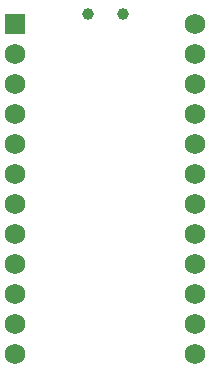
<source format=gbr>
G04 #@! TF.GenerationSoftware,KiCad,Pcbnew,(5.0.0)*
G04 #@! TF.CreationDate,2020-03-09T09:29:50-06:00*
G04 #@! TF.ProjectId,BatteryPack,426174746572795061636B2E6B696361,rev?*
G04 #@! TF.SameCoordinates,Original*
G04 #@! TF.FileFunction,Copper,L2,Bot,Signal*
G04 #@! TF.FilePolarity,Positive*
%FSLAX46Y46*%
G04 Gerber Fmt 4.6, Leading zero omitted, Abs format (unit mm)*
G04 Created by KiCad (PCBNEW (5.0.0)) date 03/09/20 09:29:50*
%MOMM*%
%LPD*%
G01*
G04 APERTURE LIST*
G04 #@! TA.AperFunction,ComponentPad*
%ADD10R,1.752600X1.752600*%
G04 #@! TD*
G04 #@! TA.AperFunction,ComponentPad*
%ADD11C,1.752600*%
G04 #@! TD*
G04 #@! TA.AperFunction,WasherPad*
%ADD12C,1.000000*%
G04 #@! TD*
G04 APERTURE END LIST*
D10*
G04 #@! TO.P,U1,1*
G04 #@! TO.N,Net-(SW2-Pad1)*
X120650000Y-64060000D03*
D11*
G04 #@! TO.P,U1,2*
G04 #@! TO.N,GND*
X120650000Y-66600000D03*
G04 #@! TO.P,U1,3*
G04 #@! TO.N,Net-(SW1-Pad1)*
X120650000Y-69140000D03*
G04 #@! TO.P,U1,4*
G04 #@! TO.N,N/C*
X120650000Y-71680000D03*
G04 #@! TO.P,U1,5*
X120650000Y-74220000D03*
G04 #@! TO.P,U1,6*
X120650000Y-76760000D03*
G04 #@! TO.P,U1,7*
X120650000Y-79300000D03*
G04 #@! TO.P,U1,8*
X120650000Y-81840000D03*
G04 #@! TO.P,U1,9*
X120650000Y-84380000D03*
G04 #@! TO.P,U1,10*
X120650000Y-86920000D03*
G04 #@! TO.P,U1,11*
X120650000Y-89460000D03*
G04 #@! TO.P,U1,12*
X120650000Y-92000000D03*
G04 #@! TO.P,U1,24*
X135890000Y-92000000D03*
G04 #@! TO.P,U1,23*
X135890000Y-89460000D03*
G04 #@! TO.P,U1,22*
X135890000Y-86920000D03*
G04 #@! TO.P,U1,21*
X135890000Y-84380000D03*
G04 #@! TO.P,U1,20*
X135890000Y-81840000D03*
G04 #@! TO.P,U1,19*
X135890000Y-79300000D03*
G04 #@! TO.P,U1,18*
X135890000Y-76760000D03*
G04 #@! TO.P,U1,17*
X135890000Y-74220000D03*
G04 #@! TO.P,U1,16*
X135890000Y-71680000D03*
G04 #@! TO.P,U1,15*
X135890000Y-69140000D03*
G04 #@! TO.P,U1,14*
X135890000Y-66600000D03*
G04 #@! TO.P,U1,13*
X135890000Y-64060000D03*
G04 #@! TD*
D12*
G04 #@! TO.P,SW2,*
G04 #@! TO.N,*
X129770000Y-63246000D03*
X126770000Y-63246000D03*
G04 #@! TD*
M02*

</source>
